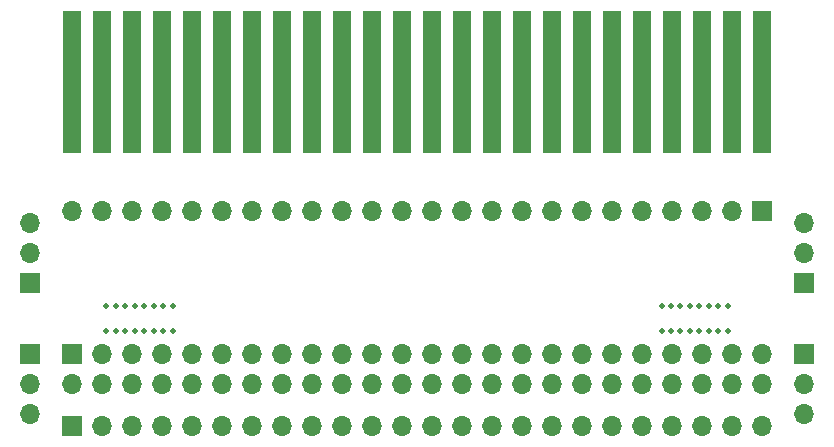
<source format=gbs>
%TF.GenerationSoftware,KiCad,Pcbnew,5.1.10-88a1d61d58~88~ubuntu20.04.1*%
%TF.CreationDate,2021-06-23T17:02:21-05:00*%
%TF.ProjectId,nes-expansion-port,6e65732d-6578-4706-916e-73696f6e2d70,rev?*%
%TF.SameCoordinates,Original*%
%TF.FileFunction,Soldermask,Bot*%
%TF.FilePolarity,Negative*%
%FSLAX46Y46*%
G04 Gerber Fmt 4.6, Leading zero omitted, Abs format (unit mm)*
G04 Created by KiCad (PCBNEW 5.1.10-88a1d61d58~88~ubuntu20.04.1) date 2021-06-23 17:02:21*
%MOMM*%
%LPD*%
G01*
G04 APERTURE LIST*
%ADD10C,0.500000*%
%ADD11O,1.700000X1.700000*%
%ADD12R,1.700000X1.700000*%
%ADD13R,1.524000X12.000000*%
G04 APERTURE END LIST*
D10*
X160422000Y-58266000D03*
X159622000Y-58266000D03*
X158822000Y-58266000D03*
X158022000Y-58266000D03*
X157222000Y-58266000D03*
X156422000Y-58266000D03*
X155622000Y-58266000D03*
X154822000Y-58266000D03*
X154822000Y-56066000D03*
X155622000Y-56066000D03*
X156422000Y-56066000D03*
X157222000Y-56066000D03*
X160422000Y-56066000D03*
X159622000Y-56066000D03*
X158822000Y-56066000D03*
X158022000Y-56066000D03*
X107822000Y-56066000D03*
X108622000Y-56066000D03*
X109422000Y-56066000D03*
X110222000Y-56066000D03*
X111022000Y-56066000D03*
X111822000Y-56066000D03*
X112622000Y-56066000D03*
X113422000Y-56066000D03*
X113422000Y-58266000D03*
X112622000Y-58266000D03*
X111822000Y-58266000D03*
X111022000Y-58266000D03*
X107822000Y-58266000D03*
X108622000Y-58266000D03*
X109422000Y-58266000D03*
X110222000Y-58266000D03*
D11*
X104902000Y-48036000D03*
X107442000Y-48036000D03*
X109982000Y-48036000D03*
X112522000Y-48036000D03*
X115062000Y-48036000D03*
X117602000Y-48036000D03*
X120142000Y-48036000D03*
X122682000Y-48036000D03*
X125222000Y-48036000D03*
X127762000Y-48036000D03*
X130302000Y-48036000D03*
X132842000Y-48036000D03*
X135382000Y-48036000D03*
X137922000Y-48036000D03*
X140462000Y-48036000D03*
X143002000Y-48036000D03*
X145542000Y-48036000D03*
X148082000Y-48036000D03*
X150622000Y-48036000D03*
X153162000Y-48036000D03*
X155702000Y-48036000D03*
X158242000Y-48036000D03*
X160782000Y-48036000D03*
D12*
X163322000Y-48036000D03*
X101346000Y-54132000D03*
D11*
X101346000Y-51592000D03*
X101346000Y-49052000D03*
D12*
X166878000Y-54132000D03*
D11*
X166878000Y-51592000D03*
X166878000Y-49052000D03*
D13*
X104902000Y-37114000D03*
X107442000Y-37114000D03*
X109982000Y-37114000D03*
X112522000Y-37114000D03*
X115062000Y-37114000D03*
X117602000Y-37114000D03*
X120142000Y-37114000D03*
X122682000Y-37114000D03*
X125222000Y-37114000D03*
X127762000Y-37114000D03*
X130302000Y-37114000D03*
X132842000Y-37114000D03*
X135382000Y-37114000D03*
X137922000Y-37114000D03*
X140462000Y-37114000D03*
X143002000Y-37114000D03*
X145542000Y-37114000D03*
X148082000Y-37114000D03*
X150622000Y-37114000D03*
X153162000Y-37114000D03*
X155702000Y-37114000D03*
X158242000Y-37114000D03*
X160782000Y-37114000D03*
X163322000Y-37114000D03*
D11*
X101346000Y-65278000D03*
X101346000Y-62738000D03*
D12*
X101346000Y-60198000D03*
D11*
X166878000Y-65278000D03*
X166878000Y-62738000D03*
D12*
X166878000Y-60198000D03*
D11*
X163322000Y-66294000D03*
X160782000Y-66294000D03*
X158242000Y-66294000D03*
X155702000Y-66294000D03*
X153162000Y-66294000D03*
X150622000Y-66294000D03*
X148082000Y-66294000D03*
X145542000Y-66294000D03*
X143002000Y-66294000D03*
X140462000Y-66294000D03*
X137922000Y-66294000D03*
X135382000Y-66294000D03*
X132842000Y-66294000D03*
X130302000Y-66294000D03*
X127762000Y-66294000D03*
X125222000Y-66294000D03*
X122682000Y-66294000D03*
X120142000Y-66294000D03*
X117602000Y-66294000D03*
X115062000Y-66294000D03*
X112522000Y-66294000D03*
X109982000Y-66294000D03*
X107442000Y-66294000D03*
D12*
X104902000Y-66294000D03*
X104902000Y-60198000D03*
D11*
X104902000Y-62738000D03*
X107442000Y-60198000D03*
X107442000Y-62738000D03*
X109982000Y-60198000D03*
X109982000Y-62738000D03*
X112522000Y-60198000D03*
X112522000Y-62738000D03*
X115062000Y-60198000D03*
X115062000Y-62738000D03*
X117602000Y-60198000D03*
X117602000Y-62738000D03*
X120142000Y-60198000D03*
X120142000Y-62738000D03*
X122682000Y-60198000D03*
X122682000Y-62738000D03*
X125222000Y-60198000D03*
X125222000Y-62738000D03*
X127762000Y-60198000D03*
X127762000Y-62738000D03*
X130302000Y-60198000D03*
X130302000Y-62738000D03*
X132842000Y-60198000D03*
X132842000Y-62738000D03*
X135382000Y-60198000D03*
X135382000Y-62738000D03*
X137922000Y-60198000D03*
X137922000Y-62738000D03*
X140462000Y-60198000D03*
X140462000Y-62738000D03*
X143002000Y-60198000D03*
X143002000Y-62738000D03*
X145542000Y-60198000D03*
X145542000Y-62738000D03*
X148082000Y-60198000D03*
X148082000Y-62738000D03*
X150622000Y-60198000D03*
X150622000Y-62738000D03*
X153162000Y-60198000D03*
X153162000Y-62738000D03*
X155702000Y-60198000D03*
X155702000Y-62738000D03*
X158242000Y-60198000D03*
X158242000Y-62738000D03*
X160782000Y-60198000D03*
X160782000Y-62738000D03*
X163322000Y-60198000D03*
X163322000Y-62738000D03*
M02*

</source>
